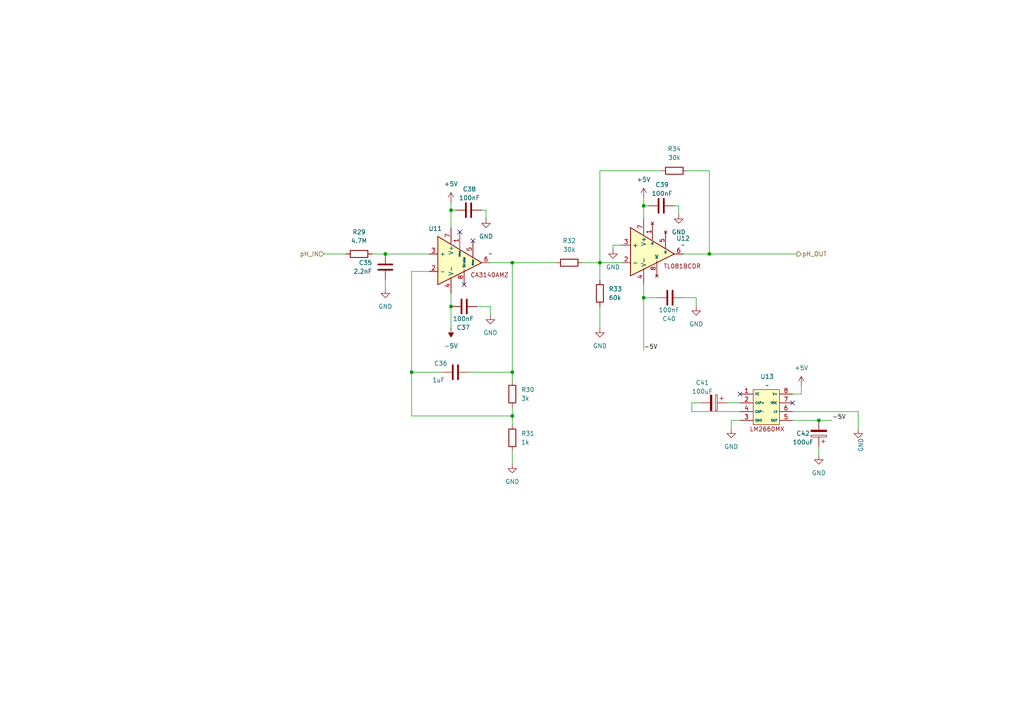
<source format=kicad_sch>
(kicad_sch (version 20250114) (generator "eeschema") (generator_version "9.0")
  (paper "A4")
  (lib_symbols
    (symbol "Device:C" (pin_numbers (hide yes)) (pin_names (offset 0.254))
      (property "Reference" "C" (at 0.635 2.54 0))
      (property "Value" "C" (at 0.635 -2.54 0))
      (symbol "C_0_1"
        (polyline (pts (xy -2.032 0.762) (xy 2.032 0.762)) (stroke (width 0.508)))
        (polyline (pts (xy -2.032 -0.762) (xy 2.032 -0.762)) (stroke (width 0.508)))
      )
      (symbol "C_1_1"
        (pin passive line (at 0 3.81 270) (length 2.794) (name "~") (number "1"))
        (pin passive line (at 0 -3.81 90) (length 2.794) (name "~") (number "2"))
      )
    )
    (symbol "Device:C_Polarized" (pin_numbers (hide yes)) (pin_names (offset 0.254))
      (property "Reference" "C" (at 0.635 2.54 0))
      (property "Value" "C_Polarized" (at 0.635 -2.54 0))
      (symbol "C_Polarized_0_1"
        (rectangle (start -2.286 0.508) (end 2.286 1.016))
        (polyline (pts (xy -1.778 2.286) (xy -0.762 2.286)))
        (polyline (pts (xy -1.27 2.794) (xy -1.27 1.778)))
        (rectangle (start 2.286 -0.508) (end -2.286 -1.016) (fill (type outline)))
      )
      (symbol "C_Polarized_1_1"
        (pin passive line (at 0 3.81 270) (length 2.794) (name "~") (number "1"))
        (pin passive line (at 0 -3.81 90) (length 2.794) (name "~") (number "2"))
      )
    )
    (symbol "Device:R" (pin_numbers (hide yes)) (pin_names (offset 0))
      (property "Reference" "R" (at 2.032 0 90))
      (property "Value" "R" (at 0 0 90))
      (symbol "R_0_1"
        (rectangle (start -1.016 -2.54) (end 1.016 2.54) (stroke (width 0.254)))
      )
      (symbol "R_1_1"
        (pin passive line (at 0 3.81 270) (length 1.27) (name "~") (number "1"))
        (pin passive line (at 0 -3.81 90) (length 1.27) (name "~") (number "2"))
      )
    )
    (symbol "phsensorboard_parts:CA3140AMZ"
      (property "Reference" "U" (at -8.89 8.636 0))
      (symbol "CA3140AMZ_1_1"
        (polyline (pts (xy -5.08 7.62) (xy 7.62 0) (xy -5.08 -6.35) (xy -5.08 7.62)) (stroke (width 0.254)) (fill (type background)))
        (text "CA3140AMZ" (at 9.906 -3.556 0) (effects (font (size 1.27 1.27))))
        (pin input line (at -7.62 2.54 0) (length 2.54) (name "+") (number "3"))
        (pin input line (at -7.62 -2.54 0) (length 2.54) (name "-") (number "2"))
        (pin power_in line (at -1.27 10.16 270) (length 4.572) (name "V+") (number "7"))
        (pin power_in line (at -1.27 -8.89 90) (length 4.572) (name "V-") (number "4"))
        (pin input line (at 1.27 8.89 270) (length 4.826) (name "Offset") (number "1"))
        (pin input line (at 2.54 -6.35 90) (length 4.318) (name "Strobe") (number "8"))
        (pin input line (at 5.08 6.35 270) (length 4.826) (name "Offset") (number "5"))
        (pin output line (at 10.16 0 180) (length 2.54) (name "~") (number "6"))
      )
    )
    (symbol "phsensorboard_parts:LM2660M"
      (property "Reference" "U" (at 0 6.858 0))
      (symbol "LM2660M_1_1"
        (rectangle (start -3.81 5.08) (end 3.81 -5.08) (fill (type background)))
        (text "LM2660MX" (at 0.254 -6.35 0) (effects (font (size 1.27 1.27))))
        (pin input line (at -7.62 3.81 0) (length 3.81) (name "FC") (number "1"))
        (pin input line (at -7.62 1.27 0) (length 3.81) (name "CAP+") (number "2"))
        (pin input line (at -7.62 -1.27 0) (length 3.81) (name "CAP-") (number "4"))
        (pin power_in line (at -7.62 -3.81 0) (length 3.81) (name "GND") (number "3"))
        (pin power_in line (at 7.62 3.81 180) (length 3.81) (name "V+") (number "8"))
        (pin input line (at 7.62 1.27 180) (length 3.81) (name "OSC") (number "7"))
        (pin input line (at 7.62 -1.27 180) (length 3.81) (name "LV") (number "6"))
        (pin power_out line (at 7.62 -3.81 180) (length 3.81) (name "OUT") (number "5"))
      )
    )
    (symbol "phsensorboard_parts:TL081BCDR"
      (property "Reference" "U" (at -8.89 6.858 0))
      (symbol "TL081BCDR_1_1"
        (polyline (pts (xy -5.08 7.62) (xy 7.62 0) (xy -5.08 -6.35) (xy -5.08 7.62)) (stroke (width 0.254)) (fill (type background)))
        (text "TL081BCDR" (at 9.906 -3.556 0) (effects (font (size 1.27 1.27))))
        (pin input line (at -7.62 2.54 0) (length 2.54) (name "+") (number "3"))
        (pin input line (at -7.62 -2.54 0) (length 2.54) (name "-") (number "2"))
        (pin power_in line (at -1.27 10.16 270) (length 4.572) (name "V+") (number "7"))
        (pin power_in line (at -1.27 -8.89 90) (length 4.572) (name "V-") (number "4"))
        (pin no_connect line (at 1.27 8.89 270) (length 4.826) (name "NC") (number "1"))
        (pin no_connect line (at 2.54 -6.35 90) (length 4.318) (name "NC") (number "8"))
        (pin no_connect line (at 5.08 6.35 270) (length 4.826) (name "NC") (number "5"))
        (pin output line (at 10.16 0 180) (length 2.54) (name "~") (number "6"))
      )
    )
    (symbol "power:+5V" (power) (pin_numbers (hide yes)) (pin_names (offset 0) (hide yes))
      (property "Value" "+5V" (at 0 3.556 0))
      (symbol "+5V_0_1"
        (polyline (pts (xy -0.762 1.27) (xy 0 2.54)))
        (polyline (pts (xy 0 2.54) (xy 0.762 1.27)))
        (polyline (pts (xy 0 0) (xy 0 2.54)))
      )
      (symbol "+5V_1_1"
        (pin power_in line (at 0 0 90) (length 0) (name "~") (number "1"))
      )
    )
    (symbol "power:-5V" (power) (pin_numbers (hide yes)) (pin_names (offset 0) (hide yes))
      (property "Value" "-5V" (at 0 3.556 0))
      (symbol "-5V_0_0"
        (pin power_in line (at 0 0 90) (length 0) (name "~") (number "1"))
      )
      (symbol "-5V_0_1"
        (polyline (pts (xy 0 0) (xy 0 1.27) (xy 0.762 1.27) (xy 0 2.54) (xy -0.762 1.27) (xy 0 1.27)) (fill (type outline)))
      )
    )
    (symbol "power:GND" (power) (pin_numbers (hide yes)) (pin_names (offset 0) (hide yes))
      (property "Value" "GND" (at 0 -3.81 0))
      (symbol "GND_0_1"
        (polyline (pts (xy 0 0) (xy 0 -1.27) (xy 1.27 -1.27) (xy 0 -2.54) (xy -1.27 -1.27) (xy 0 -1.27)))
      )
      (symbol "GND_1_1"
        (pin power_in line (at 0 0 270) (length 0) (name "~") (number "1"))
      )
    )
  )
  (junction (at 186.69 59.69))
  (junction (at 205.74 73.66))
  (junction (at 148.59 76.2))
  (junction (at 148.59 120.65))
  (junction (at 119.38 107.95))
  (junction (at 173.99 76.2))
  (junction (at 148.59 107.95))
  (junction (at 186.69 86.36))
  (junction (at 130.81 88.9))
  (junction (at 111.76 73.66))
  (junction (at 237.49 121.92))
  (junction (at 130.81 60.96))
  (no_connect (at 134.62 82.55))
  (no_connect (at 229.87 116.84))
  (no_connect (at 133.35 67.31))
  (no_connect (at 137.16 69.85))
  (no_connect (at 214.63 114.3))
  (wire (pts (xy 248.92 124.46) (xy 248.92 119.38)))
  (wire (pts (xy 173.99 88.9) (xy 173.99 95.25)))
  (wire (pts (xy 140.97 63.5) (xy 140.97 60.96)))
  (wire (pts (xy 119.38 78.74) (xy 119.38 107.95)))
  (wire (pts (xy 148.59 118.11) (xy 148.59 120.65)))
  (wire (pts (xy 199.39 49.53) (xy 205.74 49.53)))
  (wire (pts (xy 130.81 60.96) (xy 132.08 60.96)))
  (wire (pts (xy 135.89 107.95) (xy 148.59 107.95)))
  (wire (pts (xy 107.95 73.66) (xy 111.76 73.66)))
  (wire (pts (xy 186.69 57.15) (xy 186.69 59.69)))
  (wire (pts (xy 93.98 73.66) (xy 100.33 73.66)))
  (wire (pts (xy 119.38 107.95) (xy 128.27 107.95)))
  (wire (pts (xy 148.59 76.2) (xy 161.29 76.2)))
  (wire (pts (xy 237.49 129.54) (xy 237.49 132.08)))
  (wire (pts (xy 248.92 119.38) (xy 229.87 119.38)))
  (wire (pts (xy 173.99 76.2) (xy 180.34 76.2)))
  (wire (pts (xy 130.81 58.42) (xy 130.81 60.96)))
  (wire (pts (xy 205.74 49.53) (xy 205.74 73.66)))
  (wire (pts (xy 173.99 49.53) (xy 173.99 76.2)))
  (wire (pts (xy 186.69 86.36) (xy 186.69 101.6)))
  (wire (pts (xy 168.91 76.2) (xy 173.99 76.2)))
  (wire (pts (xy 200.66 116.84) (xy 203.2 116.84)))
  (wire (pts (xy 186.69 59.69) (xy 187.96 59.69)))
  (wire (pts (xy 130.81 88.9) (xy 130.81 95.25)))
  (wire (pts (xy 191.77 49.53) (xy 173.99 49.53)))
  (wire (pts (xy 186.69 59.69) (xy 186.69 63.5)))
  (wire (pts (xy 119.38 120.65) (xy 148.59 120.65)))
  (wire (pts (xy 210.82 116.84) (xy 214.63 116.84)))
  (wire (pts (xy 111.76 81.28) (xy 111.76 83.82)))
  (wire (pts (xy 138.43 88.9) (xy 142.24 88.9)))
  (wire (pts (xy 205.74 73.66) (xy 198.12 73.66)))
  (wire (pts (xy 232.41 114.3) (xy 229.87 114.3)))
  (wire (pts (xy 200.66 119.38) (xy 200.66 116.84)))
  (wire (pts (xy 201.93 86.36) (xy 201.93 88.9)))
  (wire (pts (xy 177.8 71.12) (xy 177.8 72.39)))
  (wire (pts (xy 198.12 86.36) (xy 201.93 86.36)))
  (wire (pts (xy 229.87 121.92) (xy 237.49 121.92)))
  (wire (pts (xy 124.46 78.74) (xy 119.38 78.74)))
  (wire (pts (xy 205.74 73.66) (xy 231.14 73.66)))
  (wire (pts (xy 186.69 82.55) (xy 186.69 86.36)))
  (wire (pts (xy 148.59 130.81) (xy 148.59 134.62)))
  (wire (pts (xy 140.97 60.96) (xy 139.7 60.96)))
  (wire (pts (xy 130.81 85.09) (xy 130.81 88.9)))
  (wire (pts (xy 214.63 121.92) (xy 212.09 121.92)))
  (wire (pts (xy 148.59 120.65) (xy 148.59 123.19)))
  (wire (pts (xy 148.59 76.2) (xy 142.24 76.2)))
  (wire (pts (xy 232.41 111.76) (xy 232.41 114.3)))
  (wire (pts (xy 142.24 88.9) (xy 142.24 91.44)))
  (wire (pts (xy 237.49 121.92) (xy 241.3 121.92)))
  (wire (pts (xy 196.85 62.23) (xy 196.85 59.69)))
  (wire (pts (xy 130.81 60.96) (xy 130.81 66.04)))
  (wire (pts (xy 119.38 107.95) (xy 119.38 120.65)))
  (wire (pts (xy 214.63 119.38) (xy 200.66 119.38)))
  (wire (pts (xy 148.59 107.95) (xy 148.59 110.49)))
  (wire (pts (xy 212.09 121.92) (xy 212.09 124.46)))
  (wire (pts (xy 173.99 76.2) (xy 173.99 81.28)))
  (wire (pts (xy 148.59 107.95) (xy 148.59 76.2)))
  (wire (pts (xy 190.5 86.36) (xy 186.69 86.36)))
  (wire (pts (xy 180.34 71.12) (xy 177.8 71.12)))
  (wire (pts (xy 111.76 73.66) (xy 124.46 73.66)))
  (wire (pts (xy 196.85 59.69) (xy 195.58 59.69)))
  (label "-5V" (at 241.3 121.92 0))
  (label "-5V" (at 186.69 101.6 0))
  (hierarchical_label "pH_OUT" (shape output) (at 231.14 73.66 0))
  (hierarchical_label "pH_IN" (shape input) (at 93.98 73.66 180))
  (symbol (lib_id "power:GND") (at 142.24 91.44 0) (unit 1)
    (property "Reference" "#PWR072" (effects (hide yes)))
    (property "Value" "GND" (at 142.24 96.52 0))
    (property "Description" "Power symbol creates a global label with name \"GND\" , ground" (effects (hide yes)))
  )
  (symbol (lib_id "Device:C_Polarized") (at 207.01 116.84 270) (unit 1)
    (property "Reference" "C41" (at 203.708 110.998 90))
    (property "Value" "100uF" (at 203.708 113.538 90))
    (property "Description" "Polarized capacitor" (effects (hide yes)))
  )
  (symbol (lib_id "power:GND") (at 248.92 124.46 0) (unit 1)
    (property "Reference" "#PWR082" (effects (hide yes)))
    (property "Value" "GND" (at 249.682 127 90) (effects (justify right)))
    (property "Description" "Power symbol creates a global label with name \"GND\" , ground" (effects (hide yes)))
  )
  (symbol (lib_id "phsensorboard_parts:CA3140AMZ") (at 132.08 76.2 0) (unit 1)
    (property "Reference" "U11" (at 126.238 66.294 0))
    (property "Value" "~" (at 142.24 73.5899 0))
  )
  (symbol (lib_id "power:GND") (at 196.85 62.23 0) (unit 1)
    (property "Reference" "#PWR077" (effects (hide yes)))
    (property "Value" "GND" (at 196.85 67.31 0))
    (property "Description" "Power symbol creates a global label with name \"GND\" , ground" (effects (hide yes)))
  )
  (symbol (lib_id "Device:C_Polarized") (at 237.49 125.73 180) (unit 1)
    (property "Reference" "C42" (at 232.918 125.73 0))
    (property "Value" "100uF" (at 232.918 128.27 0))
    (property "Description" "Polarized capacitor" (effects (hide yes)))
  )
  (symbol (lib_id "Device:R") (at 148.59 114.3 180) (unit 1)
    (property "Reference" "R30" (at 151.13 113.0299 0) (effects (justify right)))
    (property "Value" "3k" (at 151.13 115.5699 0) (effects (justify right)))
    (property "Description" "Resistor" (effects (hide yes)))
  )
  (symbol (lib_id "power:+5V") (at 186.69 57.15 0) (unit 1)
    (property "Reference" "#PWR076" (effects (hide yes)))
    (property "Value" "+5V" (at 186.69 52.07 0))
    (property "Description" "Power symbol creates a global label with name \"+5V\"" (effects (hide yes)))
  )
  (symbol (lib_id "Device:R") (at 165.1 76.2 90) (unit 1)
    (property "Reference" "R32" (at 165.1 69.85 90))
    (property "Value" "30k" (at 165.1 72.39 90))
    (property "Description" "Resistor" (effects (hide yes)))
  )
  (symbol (lib_id "Device:R") (at 148.59 127 180) (unit 1)
    (property "Reference" "R31" (at 151.13 125.7299 0) (effects (justify right)))
    (property "Value" "1k" (at 151.13 128.2699 0) (effects (justify right)))
    (property "Description" "Resistor" (effects (hide yes)))
  )
  (symbol (lib_id "phsensorboard_parts:TL081BCDR") (at 187.96 73.66 0) (unit 1)
    (property "Reference" "U12" (at 198.12 69.1448 0))
    (property "Value" "~" (at 198.12 71.0499 0))
  )
  (symbol (lib_id "Device:C") (at 132.08 107.95 90) (mirror x) (unit 1)
    (property "Reference" "C36" (at 129.794 105.41 90) (effects (justify left)))
    (property "Value" "1uF" (at 129.032 110.236 90) (effects (justify left)))
    (property "Description" "Unpolarized capacitor" (effects (hide yes)))
  )
  (symbol (lib_id "Device:C") (at 135.89 60.96 90) (unit 1)
    (property "Reference" "C38" (at 136.144 54.864 90))
    (property "Value" "100nF" (at 136.144 57.404 90))
    (property "Description" "Unpolarized capacitor" (effects (hide yes)))
  )
  (symbol (lib_id "power:GND") (at 173.99 95.25 0) (unit 1)
    (property "Reference" "#PWR074" (effects (hide yes)))
    (property "Value" "GND" (at 173.99 100.33 0))
    (property "Description" "Power symbol creates a global label with name \"GND\" , ground" (effects (hide yes)))
  )
  (symbol (lib_id "Device:R") (at 104.14 73.66 90) (unit 1)
    (property "Reference" "R29" (at 104.14 67.31 90))
    (property "Value" "4.7M" (at 104.14 69.85 90))
    (property "Description" "Resistor" (effects (hide yes)))
  )
  (symbol (lib_id "power:+5V") (at 232.41 111.76 0) (unit 1)
    (property "Reference" "#PWR080" (effects (hide yes)))
    (property "Value" "+5V" (at 232.41 106.68 0))
    (property "Description" "Power symbol creates a global label with name \"+5V\"" (effects (hide yes)))
  )
  (symbol (lib_id "Device:C") (at 191.77 59.69 90) (unit 1)
    (property "Reference" "C39" (at 192.024 53.594 90))
    (property "Value" "100nF" (at 192.024 56.134 90))
    (property "Description" "Unpolarized capacitor" (effects (hide yes)))
  )
  (symbol (lib_id "power:GND") (at 177.8 72.39 0) (unit 1)
    (property "Reference" "#PWR075" (effects (hide yes)))
    (property "Value" "GND" (at 177.8 77.47 0))
    (property "Description" "Power symbol creates a global label with name \"GND\" , ground" (effects (hide yes)))
  )
  (symbol (lib_id "power:GND") (at 201.93 88.9 0) (unit 1)
    (property "Reference" "#PWR078" (effects (hide yes)))
    (property "Value" "GND" (at 201.93 93.98 0))
    (property "Description" "Power symbol creates a global label with name \"GND\" , ground" (effects (hide yes)))
  )
  (symbol (lib_id "power:GND") (at 111.76 83.82 0) (unit 1)
    (property "Reference" "#PWR068" (effects (hide yes)))
    (property "Value" "GND" (at 111.76 88.9 0))
    (property "Description" "Power symbol creates a global label with name \"GND\" , ground" (effects (hide yes)))
  )
  (symbol (lib_id "Device:C") (at 134.62 88.9 270) (unit 1)
    (property "Reference" "C37" (at 134.366 94.996 90))
    (property "Value" "100nF" (at 134.366 92.456 90))
    (property "Description" "Unpolarized capacitor" (effects (hide yes)))
  )
  (symbol (lib_id "Device:R") (at 195.58 49.53 90) (unit 1)
    (property "Reference" "R34" (at 195.58 43.18 90))
    (property "Value" "30k" (at 195.58 45.72 90))
    (property "Description" "Resistor" (effects (hide yes)))
  )
  (symbol (lib_id "Device:R") (at 173.99 85.09 180) (unit 1)
    (property "Reference" "R33" (at 176.53 83.8199 0) (effects (justify right)))
    (property "Value" "60k" (at 176.53 86.3599 0) (effects (justify right)))
    (property "Description" "Resistor" (effects (hide yes)))
  )
  (symbol (lib_id "power:GND") (at 212.09 124.46 0) (unit 1)
    (property "Reference" "#PWR079" (effects (hide yes)))
    (property "Value" "GND" (at 212.09 129.54 0))
    (property "Description" "Power symbol creates a global label with name \"GND\" , ground" (effects (hide yes)))
  )
  (symbol (lib_id "power:GND") (at 148.59 134.62 0) (unit 1)
    (property "Reference" "#PWR073" (effects (hide yes)))
    (property "Value" "GND" (at 148.59 139.7 0))
    (property "Description" "Power symbol creates a global label with name \"GND\" , ground" (effects (hide yes)))
  )
  (symbol (lib_id "power:GND") (at 140.97 63.5 0) (unit 1)
    (property "Reference" "#PWR071" (effects (hide yes)))
    (property "Value" "GND" (at 140.97 68.58 0))
    (property "Description" "Power symbol creates a global label with name \"GND\" , ground" (effects (hide yes)))
  )
  (symbol (lib_id "power:-5V") (at 130.81 95.25 180) (unit 1)
    (property "Reference" "#PWR070" (effects (hide yes)))
    (property "Value" "-5V" (at 130.81 100.33 0))
    (property "Description" "Power symbol creates a global label with name \"-5V\"" (effects (hide yes)))
  )
  (symbol (lib_id "power:+5V") (at 130.81 58.42 0) (unit 1)
    (property "Reference" "#PWR069" (effects (hide yes)))
    (property "Value" "+5V" (at 130.81 53.34 0))
    (property "Description" "Power symbol creates a global label with name \"+5V\"" (effects (hide yes)))
  )
  (symbol (lib_id "Device:C") (at 111.76 77.47 0) (mirror y) (unit 1)
    (property "Reference" "C35" (at 107.95 76.1999 0) (effects (justify left)))
    (property "Value" "2.2nF" (at 107.95 78.7399 0) (effects (justify left)))
    (property "Description" "Unpolarized capacitor" (effects (hide yes)))
  )
  (symbol (lib_id "phsensorboard_parts:LM2660M") (at 222.25 118.11 0) (unit 1)
    (property "Reference" "U13" (at 222.504 109.22 0))
    (property "Value" "~" (at 222.504 111.76 0))
  )
  (symbol (lib_id "power:GND") (at 237.49 132.08 0) (unit 1)
    (property "Reference" "#PWR081" (effects (hide yes)))
    (property "Value" "GND" (at 237.49 137.16 0))
    (property "Description" "Power symbol creates a global label with name \"GND\" , ground" (effects (hide yes)))
  )
  (symbol (lib_id "Device:C") (at 194.31 86.36 270) (unit 1)
    (property "Reference" "C40" (at 194.056 92.456 90))
    (property "Value" "100nF" (at 194.056 89.916 90))
    (property "Description" "Unpolarized capacitor" (effects (hide yes)))
  )
)
</source>
